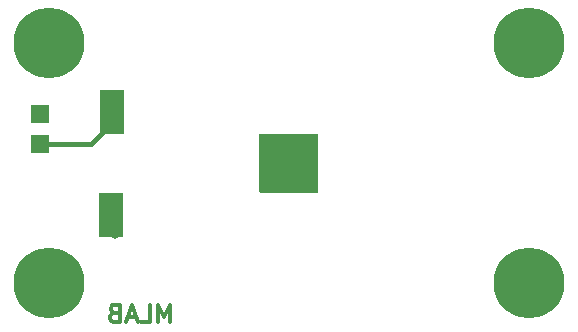
<source format=gbr>
%TF.GenerationSoftware,KiCad,Pcbnew,6.0.11+dfsg-1~bpo11+1*%
%TF.CreationDate,2023-04-13T09:32:46+00:00*%
%TF.ProjectId,PINHOLDER03,50494e48-4f4c-4444-9552-30332e6b6963,02A*%
%TF.SameCoordinates,Original*%
%TF.FileFunction,Copper,L2,Bot*%
%TF.FilePolarity,Positive*%
%FSLAX46Y46*%
G04 Gerber Fmt 4.6, Leading zero omitted, Abs format (unit mm)*
G04 Created by KiCad (PCBNEW 6.0.11+dfsg-1~bpo11+1) date 2023-04-13 09:32:46*
%MOMM*%
%LPD*%
G01*
G04 APERTURE LIST*
%ADD10C,0.300000*%
%TA.AperFunction,NonConductor*%
%ADD11C,0.300000*%
%TD*%
%TA.AperFunction,ComponentPad*%
%ADD12C,6.000000*%
%TD*%
%TA.AperFunction,SMDPad,CuDef*%
%ADD13R,2.000000X3.800000*%
%TD*%
%TA.AperFunction,SMDPad,CuDef*%
%ADD14C,0.509900*%
%TD*%
%TA.AperFunction,ComponentPad*%
%ADD15R,1.524000X1.524000*%
%TD*%
%TA.AperFunction,ViaPad*%
%ADD16C,0.800000*%
%TD*%
%TA.AperFunction,Conductor*%
%ADD17C,0.400000*%
%TD*%
G04 APERTURE END LIST*
D10*
D11*
X10214000Y-23622571D02*
X10214000Y-22122571D01*
X9714000Y-23194000D01*
X9214000Y-22122571D01*
X9214000Y-23622571D01*
X7785428Y-23622571D02*
X8499714Y-23622571D01*
X8499714Y-22122571D01*
X7356857Y-23194000D02*
X6642571Y-23194000D01*
X7499714Y-23622571D02*
X6999714Y-22122571D01*
X6499714Y-23622571D01*
X5499714Y-22836857D02*
X5285428Y-22908285D01*
X5214000Y-22979714D01*
X5142571Y-23122571D01*
X5142571Y-23336857D01*
X5214000Y-23479714D01*
X5285428Y-23551142D01*
X5428285Y-23622571D01*
X5999714Y-23622571D01*
X5999714Y-22122571D01*
X5499714Y-22122571D01*
X5356857Y-22194000D01*
X5285428Y-22265428D01*
X5214000Y-22408285D01*
X5214000Y-22551142D01*
X5285428Y-22694000D01*
X5356857Y-22765428D01*
X5499714Y-22836857D01*
X5999714Y-22836857D01*
D12*
%TO.P,M3,1*%
%TO.N,GND*%
X0Y0D03*
%TD*%
%TO.P,M2,1*%
%TO.N,GND*%
X40640000Y0D03*
%TD*%
%TO.P,M4,1*%
%TO.N,GND*%
X0Y-20320000D03*
%TD*%
%TO.P,M1,1*%
%TO.N,GND*%
X40640000Y-20320000D03*
%TD*%
D13*
%TO.P,TP4,1,1*%
%TO.N,Net-(D1-Pad2)*%
X5290000Y-5820000D03*
%TD*%
D14*
%TO.P,TP1,1,1*%
%TO.N,/circle_0*%
X18290000Y-8170000D03*
%TD*%
D15*
%TO.P,J2,1*%
%TO.N,GND*%
X-810000Y-5950000D03*
%TO.P,J2,2*%
%TO.N,Net-(D1-Pad2)*%
X-810000Y-8490000D03*
%TD*%
D13*
%TO.P,TP2,1,1*%
%TO.N,Net-(D2-Pad2)*%
X5240000Y-14520000D03*
%TD*%
D16*
%TO.N,/circle_0*%
X18290000Y-8170000D03*
%TO.N,Net-(D2-Pad2)*%
X5540000Y-16120000D03*
%TD*%
D17*
%TO.N,Net-(D1-Pad2)*%
X5290000Y-6719600D02*
X3519600Y-8490000D01*
X5290000Y-5820000D02*
X5290000Y-6719600D01*
X3519600Y-8490000D02*
X-810000Y-8490000D01*
%TD*%
%TA.AperFunction,Conductor*%
%TO.N,/circle_0*%
G36*
X22706121Y-7664002D02*
G01*
X22752614Y-7717658D01*
X22764000Y-7770000D01*
X22764000Y-12518000D01*
X22743998Y-12586121D01*
X22690342Y-12632614D01*
X22638000Y-12644000D01*
X17890000Y-12644000D01*
X17821879Y-12623998D01*
X17775386Y-12570342D01*
X17764000Y-12518000D01*
X17764000Y-7770000D01*
X17784002Y-7701879D01*
X17837658Y-7655386D01*
X17890000Y-7644000D01*
X22638000Y-7644000D01*
X22706121Y-7664002D01*
G37*
%TD.AperFunction*%
%TD*%
M02*

</source>
